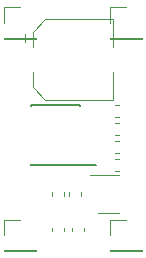
<source format=gto>
G04 #@! TF.GenerationSoftware,KiCad,Pcbnew,5.0.0-fee4fd1~66~ubuntu16.04.1*
G04 #@! TF.CreationDate,2018-09-22T16:18:32+02:00*
G04 #@! TF.ProjectId,mav_ovp,6D61765F6F76702E6B696361645F7063,rev?*
G04 #@! TF.SameCoordinates,Original*
G04 #@! TF.FileFunction,Legend,Top*
G04 #@! TF.FilePolarity,Positive*
%FSLAX46Y46*%
G04 Gerber Fmt 4.6, Leading zero omitted, Abs format (unit mm)*
G04 Created by KiCad (PCBNEW 5.0.0-fee4fd1~66~ubuntu16.04.1) date Sat Sep 22 16:18:32 2018*
%MOMM*%
%LPD*%
G01*
G04 APERTURE LIST*
%ADD10C,0.120000*%
%ADD11C,0.150000*%
%ADD12R,1.260000X0.600000*%
%ADD13R,3.700000X1.800000*%
%ADD14C,0.100000*%
%ADD15C,1.075000*%
%ADD16R,1.900000X1.900000*%
%ADD17R,1.750000X0.800000*%
G04 APERTURE END LIST*
D10*
G04 #@! TO.C,U1*
X102100000Y-105110000D02*
X103900000Y-105110000D01*
X103900000Y-101890000D02*
X101450000Y-101890000D01*
G04 #@! TO.C,C1*
X103410000Y-95510000D02*
X103410000Y-93160000D01*
X103410000Y-88690000D02*
X103410000Y-91040000D01*
X97654437Y-88690000D02*
X103410000Y-88690000D01*
X97654437Y-95510000D02*
X103410000Y-95510000D01*
X96590000Y-94445563D02*
X96590000Y-93160000D01*
X96590000Y-89754437D02*
X96590000Y-91040000D01*
X96590000Y-89754437D02*
X97654437Y-88690000D01*
X96590000Y-94445563D02*
X97654437Y-95510000D01*
X95562500Y-90252500D02*
X96350000Y-90252500D01*
X95956250Y-89858750D02*
X95956250Y-90646250D01*
G04 #@! TO.C,C2*
X103537221Y-100490000D02*
X103862779Y-100490000D01*
X103537221Y-101510000D02*
X103862779Y-101510000D01*
G04 #@! TO.C,J4*
X103170000Y-87670000D02*
X104500000Y-87670000D01*
X103170000Y-89000000D02*
X103170000Y-87670000D01*
X103170000Y-90270000D02*
X105830000Y-90270000D01*
X105830000Y-90270000D02*
X105830000Y-90330000D01*
X103170000Y-90270000D02*
X103170000Y-90330000D01*
X103170000Y-90330000D02*
X105830000Y-90330000D01*
G04 #@! TO.C,J3*
X103170000Y-108330000D02*
X105830000Y-108330000D01*
X103170000Y-108270000D02*
X103170000Y-108330000D01*
X105830000Y-108270000D02*
X105830000Y-108330000D01*
X103170000Y-108270000D02*
X105830000Y-108270000D01*
X103170000Y-107000000D02*
X103170000Y-105670000D01*
X103170000Y-105670000D02*
X104500000Y-105670000D01*
G04 #@! TO.C,J2*
X94170000Y-87670000D02*
X95500000Y-87670000D01*
X94170000Y-89000000D02*
X94170000Y-87670000D01*
X94170000Y-90270000D02*
X96830000Y-90270000D01*
X96830000Y-90270000D02*
X96830000Y-90330000D01*
X94170000Y-90270000D02*
X94170000Y-90330000D01*
X94170000Y-90330000D02*
X96830000Y-90330000D01*
G04 #@! TO.C,J1*
X94170000Y-105670000D02*
X95500000Y-105670000D01*
X94170000Y-107000000D02*
X94170000Y-105670000D01*
X94170000Y-108270000D02*
X96830000Y-108270000D01*
X96830000Y-108270000D02*
X96830000Y-108330000D01*
X94170000Y-108270000D02*
X94170000Y-108330000D01*
X94170000Y-108330000D02*
X96830000Y-108330000D01*
D11*
G04 #@! TO.C,Q1*
X100575000Y-101075000D02*
X100575000Y-101025000D01*
X96425000Y-101075000D02*
X96425000Y-100930000D01*
X96425000Y-95925000D02*
X96425000Y-96070000D01*
X100575000Y-95925000D02*
X100575000Y-96070000D01*
X100575000Y-101075000D02*
X96425000Y-101075000D01*
X100575000Y-95925000D02*
X96425000Y-95925000D01*
X100575000Y-101025000D02*
X101975000Y-101025000D01*
D10*
G04 #@! TO.C,R7*
X99690000Y-103337221D02*
X99690000Y-103662779D01*
X100710000Y-103337221D02*
X100710000Y-103662779D01*
G04 #@! TO.C,R6*
X98190000Y-103337221D02*
X98190000Y-103662779D01*
X99210000Y-103337221D02*
X99210000Y-103662779D01*
G04 #@! TO.C,R5*
X98190000Y-106662779D02*
X98190000Y-106337221D01*
X99210000Y-106662779D02*
X99210000Y-106337221D01*
G04 #@! TO.C,R4*
X99890000Y-106337221D02*
X99890000Y-106662779D01*
X100910000Y-106337221D02*
X100910000Y-106662779D01*
G04 #@! TO.C,R3*
X103862779Y-98510000D02*
X103537221Y-98510000D01*
X103862779Y-97490000D02*
X103537221Y-97490000D01*
G04 #@! TO.C,R2*
X103537221Y-97010000D02*
X103862779Y-97010000D01*
X103537221Y-95990000D02*
X103862779Y-95990000D01*
G04 #@! TO.C,R1*
X103537221Y-98990000D02*
X103862779Y-98990000D01*
X103537221Y-100010000D02*
X103862779Y-100010000D01*
G04 #@! TD*
%LPC*%
D12*
G04 #@! TO.C,U1*
X101900000Y-102520000D03*
X101900000Y-103170000D03*
X101900000Y-103830000D03*
X101900000Y-104480000D03*
X104100000Y-104480000D03*
X104100000Y-103830000D03*
X104100000Y-103170000D03*
X104100000Y-102520000D03*
G04 #@! TD*
D13*
G04 #@! TO.C,C1*
X97300000Y-92100000D03*
X102700000Y-92100000D03*
G04 #@! TD*
D14*
G04 #@! TO.C,C2*
G36*
X103207592Y-100426294D02*
X103233681Y-100430164D01*
X103259264Y-100436572D01*
X103284096Y-100445457D01*
X103307938Y-100456734D01*
X103330560Y-100470293D01*
X103351743Y-100486003D01*
X103371285Y-100503715D01*
X103388997Y-100523257D01*
X103404707Y-100544440D01*
X103418266Y-100567062D01*
X103429543Y-100590904D01*
X103438428Y-100615736D01*
X103444836Y-100641319D01*
X103448706Y-100667408D01*
X103450000Y-100693750D01*
X103450000Y-101306250D01*
X103448706Y-101332592D01*
X103444836Y-101358681D01*
X103438428Y-101384264D01*
X103429543Y-101409096D01*
X103418266Y-101432938D01*
X103404707Y-101455560D01*
X103388997Y-101476743D01*
X103371285Y-101496285D01*
X103351743Y-101513997D01*
X103330560Y-101529707D01*
X103307938Y-101543266D01*
X103284096Y-101554543D01*
X103259264Y-101563428D01*
X103233681Y-101569836D01*
X103207592Y-101573706D01*
X103181250Y-101575000D01*
X102643750Y-101575000D01*
X102617408Y-101573706D01*
X102591319Y-101569836D01*
X102565736Y-101563428D01*
X102540904Y-101554543D01*
X102517062Y-101543266D01*
X102494440Y-101529707D01*
X102473257Y-101513997D01*
X102453715Y-101496285D01*
X102436003Y-101476743D01*
X102420293Y-101455560D01*
X102406734Y-101432938D01*
X102395457Y-101409096D01*
X102386572Y-101384264D01*
X102380164Y-101358681D01*
X102376294Y-101332592D01*
X102375000Y-101306250D01*
X102375000Y-100693750D01*
X102376294Y-100667408D01*
X102380164Y-100641319D01*
X102386572Y-100615736D01*
X102395457Y-100590904D01*
X102406734Y-100567062D01*
X102420293Y-100544440D01*
X102436003Y-100523257D01*
X102453715Y-100503715D01*
X102473257Y-100486003D01*
X102494440Y-100470293D01*
X102517062Y-100456734D01*
X102540904Y-100445457D01*
X102565736Y-100436572D01*
X102591319Y-100430164D01*
X102617408Y-100426294D01*
X102643750Y-100425000D01*
X103181250Y-100425000D01*
X103207592Y-100426294D01*
X103207592Y-100426294D01*
G37*
D15*
X102912500Y-101000000D03*
D14*
G36*
X104782592Y-100426294D02*
X104808681Y-100430164D01*
X104834264Y-100436572D01*
X104859096Y-100445457D01*
X104882938Y-100456734D01*
X104905560Y-100470293D01*
X104926743Y-100486003D01*
X104946285Y-100503715D01*
X104963997Y-100523257D01*
X104979707Y-100544440D01*
X104993266Y-100567062D01*
X105004543Y-100590904D01*
X105013428Y-100615736D01*
X105019836Y-100641319D01*
X105023706Y-100667408D01*
X105025000Y-100693750D01*
X105025000Y-101306250D01*
X105023706Y-101332592D01*
X105019836Y-101358681D01*
X105013428Y-101384264D01*
X105004543Y-101409096D01*
X104993266Y-101432938D01*
X104979707Y-101455560D01*
X104963997Y-101476743D01*
X104946285Y-101496285D01*
X104926743Y-101513997D01*
X104905560Y-101529707D01*
X104882938Y-101543266D01*
X104859096Y-101554543D01*
X104834264Y-101563428D01*
X104808681Y-101569836D01*
X104782592Y-101573706D01*
X104756250Y-101575000D01*
X104218750Y-101575000D01*
X104192408Y-101573706D01*
X104166319Y-101569836D01*
X104140736Y-101563428D01*
X104115904Y-101554543D01*
X104092062Y-101543266D01*
X104069440Y-101529707D01*
X104048257Y-101513997D01*
X104028715Y-101496285D01*
X104011003Y-101476743D01*
X103995293Y-101455560D01*
X103981734Y-101432938D01*
X103970457Y-101409096D01*
X103961572Y-101384264D01*
X103955164Y-101358681D01*
X103951294Y-101332592D01*
X103950000Y-101306250D01*
X103950000Y-100693750D01*
X103951294Y-100667408D01*
X103955164Y-100641319D01*
X103961572Y-100615736D01*
X103970457Y-100590904D01*
X103981734Y-100567062D01*
X103995293Y-100544440D01*
X104011003Y-100523257D01*
X104028715Y-100503715D01*
X104048257Y-100486003D01*
X104069440Y-100470293D01*
X104092062Y-100456734D01*
X104115904Y-100445457D01*
X104140736Y-100436572D01*
X104166319Y-100430164D01*
X104192408Y-100426294D01*
X104218750Y-100425000D01*
X104756250Y-100425000D01*
X104782592Y-100426294D01*
X104782592Y-100426294D01*
G37*
D15*
X104487500Y-101000000D03*
G04 #@! TD*
D16*
G04 #@! TO.C,J4*
X104500000Y-89000000D03*
G04 #@! TD*
G04 #@! TO.C,J3*
X104500000Y-107000000D03*
G04 #@! TD*
G04 #@! TO.C,J2*
X95500000Y-89000000D03*
G04 #@! TD*
G04 #@! TO.C,J1*
X95500000Y-107000000D03*
G04 #@! TD*
D17*
G04 #@! TO.C,Q1*
X101200000Y-100405000D03*
X101200000Y-99135000D03*
X101200000Y-97865000D03*
X101200000Y-96595000D03*
X95800000Y-96595000D03*
X95800000Y-97865000D03*
X95800000Y-99135000D03*
X95800000Y-100405000D03*
G04 #@! TD*
D14*
G04 #@! TO.C,R7*
G36*
X100532592Y-103751294D02*
X100558681Y-103755164D01*
X100584264Y-103761572D01*
X100609096Y-103770457D01*
X100632938Y-103781734D01*
X100655560Y-103795293D01*
X100676743Y-103811003D01*
X100696285Y-103828715D01*
X100713997Y-103848257D01*
X100729707Y-103869440D01*
X100743266Y-103892062D01*
X100754543Y-103915904D01*
X100763428Y-103940736D01*
X100769836Y-103966319D01*
X100773706Y-103992408D01*
X100775000Y-104018750D01*
X100775000Y-104556250D01*
X100773706Y-104582592D01*
X100769836Y-104608681D01*
X100763428Y-104634264D01*
X100754543Y-104659096D01*
X100743266Y-104682938D01*
X100729707Y-104705560D01*
X100713997Y-104726743D01*
X100696285Y-104746285D01*
X100676743Y-104763997D01*
X100655560Y-104779707D01*
X100632938Y-104793266D01*
X100609096Y-104804543D01*
X100584264Y-104813428D01*
X100558681Y-104819836D01*
X100532592Y-104823706D01*
X100506250Y-104825000D01*
X99893750Y-104825000D01*
X99867408Y-104823706D01*
X99841319Y-104819836D01*
X99815736Y-104813428D01*
X99790904Y-104804543D01*
X99767062Y-104793266D01*
X99744440Y-104779707D01*
X99723257Y-104763997D01*
X99703715Y-104746285D01*
X99686003Y-104726743D01*
X99670293Y-104705560D01*
X99656734Y-104682938D01*
X99645457Y-104659096D01*
X99636572Y-104634264D01*
X99630164Y-104608681D01*
X99626294Y-104582592D01*
X99625000Y-104556250D01*
X99625000Y-104018750D01*
X99626294Y-103992408D01*
X99630164Y-103966319D01*
X99636572Y-103940736D01*
X99645457Y-103915904D01*
X99656734Y-103892062D01*
X99670293Y-103869440D01*
X99686003Y-103848257D01*
X99703715Y-103828715D01*
X99723257Y-103811003D01*
X99744440Y-103795293D01*
X99767062Y-103781734D01*
X99790904Y-103770457D01*
X99815736Y-103761572D01*
X99841319Y-103755164D01*
X99867408Y-103751294D01*
X99893750Y-103750000D01*
X100506250Y-103750000D01*
X100532592Y-103751294D01*
X100532592Y-103751294D01*
G37*
D15*
X100200000Y-104287500D03*
D14*
G36*
X100532592Y-102176294D02*
X100558681Y-102180164D01*
X100584264Y-102186572D01*
X100609096Y-102195457D01*
X100632938Y-102206734D01*
X100655560Y-102220293D01*
X100676743Y-102236003D01*
X100696285Y-102253715D01*
X100713997Y-102273257D01*
X100729707Y-102294440D01*
X100743266Y-102317062D01*
X100754543Y-102340904D01*
X100763428Y-102365736D01*
X100769836Y-102391319D01*
X100773706Y-102417408D01*
X100775000Y-102443750D01*
X100775000Y-102981250D01*
X100773706Y-103007592D01*
X100769836Y-103033681D01*
X100763428Y-103059264D01*
X100754543Y-103084096D01*
X100743266Y-103107938D01*
X100729707Y-103130560D01*
X100713997Y-103151743D01*
X100696285Y-103171285D01*
X100676743Y-103188997D01*
X100655560Y-103204707D01*
X100632938Y-103218266D01*
X100609096Y-103229543D01*
X100584264Y-103238428D01*
X100558681Y-103244836D01*
X100532592Y-103248706D01*
X100506250Y-103250000D01*
X99893750Y-103250000D01*
X99867408Y-103248706D01*
X99841319Y-103244836D01*
X99815736Y-103238428D01*
X99790904Y-103229543D01*
X99767062Y-103218266D01*
X99744440Y-103204707D01*
X99723257Y-103188997D01*
X99703715Y-103171285D01*
X99686003Y-103151743D01*
X99670293Y-103130560D01*
X99656734Y-103107938D01*
X99645457Y-103084096D01*
X99636572Y-103059264D01*
X99630164Y-103033681D01*
X99626294Y-103007592D01*
X99625000Y-102981250D01*
X99625000Y-102443750D01*
X99626294Y-102417408D01*
X99630164Y-102391319D01*
X99636572Y-102365736D01*
X99645457Y-102340904D01*
X99656734Y-102317062D01*
X99670293Y-102294440D01*
X99686003Y-102273257D01*
X99703715Y-102253715D01*
X99723257Y-102236003D01*
X99744440Y-102220293D01*
X99767062Y-102206734D01*
X99790904Y-102195457D01*
X99815736Y-102186572D01*
X99841319Y-102180164D01*
X99867408Y-102176294D01*
X99893750Y-102175000D01*
X100506250Y-102175000D01*
X100532592Y-102176294D01*
X100532592Y-102176294D01*
G37*
D15*
X100200000Y-102712500D03*
G04 #@! TD*
D14*
G04 #@! TO.C,R6*
G36*
X99032592Y-103751294D02*
X99058681Y-103755164D01*
X99084264Y-103761572D01*
X99109096Y-103770457D01*
X99132938Y-103781734D01*
X99155560Y-103795293D01*
X99176743Y-103811003D01*
X99196285Y-103828715D01*
X99213997Y-103848257D01*
X99229707Y-103869440D01*
X99243266Y-103892062D01*
X99254543Y-103915904D01*
X99263428Y-103940736D01*
X99269836Y-103966319D01*
X99273706Y-103992408D01*
X99275000Y-104018750D01*
X99275000Y-104556250D01*
X99273706Y-104582592D01*
X99269836Y-104608681D01*
X99263428Y-104634264D01*
X99254543Y-104659096D01*
X99243266Y-104682938D01*
X99229707Y-104705560D01*
X99213997Y-104726743D01*
X99196285Y-104746285D01*
X99176743Y-104763997D01*
X99155560Y-104779707D01*
X99132938Y-104793266D01*
X99109096Y-104804543D01*
X99084264Y-104813428D01*
X99058681Y-104819836D01*
X99032592Y-104823706D01*
X99006250Y-104825000D01*
X98393750Y-104825000D01*
X98367408Y-104823706D01*
X98341319Y-104819836D01*
X98315736Y-104813428D01*
X98290904Y-104804543D01*
X98267062Y-104793266D01*
X98244440Y-104779707D01*
X98223257Y-104763997D01*
X98203715Y-104746285D01*
X98186003Y-104726743D01*
X98170293Y-104705560D01*
X98156734Y-104682938D01*
X98145457Y-104659096D01*
X98136572Y-104634264D01*
X98130164Y-104608681D01*
X98126294Y-104582592D01*
X98125000Y-104556250D01*
X98125000Y-104018750D01*
X98126294Y-103992408D01*
X98130164Y-103966319D01*
X98136572Y-103940736D01*
X98145457Y-103915904D01*
X98156734Y-103892062D01*
X98170293Y-103869440D01*
X98186003Y-103848257D01*
X98203715Y-103828715D01*
X98223257Y-103811003D01*
X98244440Y-103795293D01*
X98267062Y-103781734D01*
X98290904Y-103770457D01*
X98315736Y-103761572D01*
X98341319Y-103755164D01*
X98367408Y-103751294D01*
X98393750Y-103750000D01*
X99006250Y-103750000D01*
X99032592Y-103751294D01*
X99032592Y-103751294D01*
G37*
D15*
X98700000Y-104287500D03*
D14*
G36*
X99032592Y-102176294D02*
X99058681Y-102180164D01*
X99084264Y-102186572D01*
X99109096Y-102195457D01*
X99132938Y-102206734D01*
X99155560Y-102220293D01*
X99176743Y-102236003D01*
X99196285Y-102253715D01*
X99213997Y-102273257D01*
X99229707Y-102294440D01*
X99243266Y-102317062D01*
X99254543Y-102340904D01*
X99263428Y-102365736D01*
X99269836Y-102391319D01*
X99273706Y-102417408D01*
X99275000Y-102443750D01*
X99275000Y-102981250D01*
X99273706Y-103007592D01*
X99269836Y-103033681D01*
X99263428Y-103059264D01*
X99254543Y-103084096D01*
X99243266Y-103107938D01*
X99229707Y-103130560D01*
X99213997Y-103151743D01*
X99196285Y-103171285D01*
X99176743Y-103188997D01*
X99155560Y-103204707D01*
X99132938Y-103218266D01*
X99109096Y-103229543D01*
X99084264Y-103238428D01*
X99058681Y-103244836D01*
X99032592Y-103248706D01*
X99006250Y-103250000D01*
X98393750Y-103250000D01*
X98367408Y-103248706D01*
X98341319Y-103244836D01*
X98315736Y-103238428D01*
X98290904Y-103229543D01*
X98267062Y-103218266D01*
X98244440Y-103204707D01*
X98223257Y-103188997D01*
X98203715Y-103171285D01*
X98186003Y-103151743D01*
X98170293Y-103130560D01*
X98156734Y-103107938D01*
X98145457Y-103084096D01*
X98136572Y-103059264D01*
X98130164Y-103033681D01*
X98126294Y-103007592D01*
X98125000Y-102981250D01*
X98125000Y-102443750D01*
X98126294Y-102417408D01*
X98130164Y-102391319D01*
X98136572Y-102365736D01*
X98145457Y-102340904D01*
X98156734Y-102317062D01*
X98170293Y-102294440D01*
X98186003Y-102273257D01*
X98203715Y-102253715D01*
X98223257Y-102236003D01*
X98244440Y-102220293D01*
X98267062Y-102206734D01*
X98290904Y-102195457D01*
X98315736Y-102186572D01*
X98341319Y-102180164D01*
X98367408Y-102176294D01*
X98393750Y-102175000D01*
X99006250Y-102175000D01*
X99032592Y-102176294D01*
X99032592Y-102176294D01*
G37*
D15*
X98700000Y-102712500D03*
G04 #@! TD*
D14*
G04 #@! TO.C,R5*
G36*
X99032592Y-106751294D02*
X99058681Y-106755164D01*
X99084264Y-106761572D01*
X99109096Y-106770457D01*
X99132938Y-106781734D01*
X99155560Y-106795293D01*
X99176743Y-106811003D01*
X99196285Y-106828715D01*
X99213997Y-106848257D01*
X99229707Y-106869440D01*
X99243266Y-106892062D01*
X99254543Y-106915904D01*
X99263428Y-106940736D01*
X99269836Y-106966319D01*
X99273706Y-106992408D01*
X99275000Y-107018750D01*
X99275000Y-107556250D01*
X99273706Y-107582592D01*
X99269836Y-107608681D01*
X99263428Y-107634264D01*
X99254543Y-107659096D01*
X99243266Y-107682938D01*
X99229707Y-107705560D01*
X99213997Y-107726743D01*
X99196285Y-107746285D01*
X99176743Y-107763997D01*
X99155560Y-107779707D01*
X99132938Y-107793266D01*
X99109096Y-107804543D01*
X99084264Y-107813428D01*
X99058681Y-107819836D01*
X99032592Y-107823706D01*
X99006250Y-107825000D01*
X98393750Y-107825000D01*
X98367408Y-107823706D01*
X98341319Y-107819836D01*
X98315736Y-107813428D01*
X98290904Y-107804543D01*
X98267062Y-107793266D01*
X98244440Y-107779707D01*
X98223257Y-107763997D01*
X98203715Y-107746285D01*
X98186003Y-107726743D01*
X98170293Y-107705560D01*
X98156734Y-107682938D01*
X98145457Y-107659096D01*
X98136572Y-107634264D01*
X98130164Y-107608681D01*
X98126294Y-107582592D01*
X98125000Y-107556250D01*
X98125000Y-107018750D01*
X98126294Y-106992408D01*
X98130164Y-106966319D01*
X98136572Y-106940736D01*
X98145457Y-106915904D01*
X98156734Y-106892062D01*
X98170293Y-106869440D01*
X98186003Y-106848257D01*
X98203715Y-106828715D01*
X98223257Y-106811003D01*
X98244440Y-106795293D01*
X98267062Y-106781734D01*
X98290904Y-106770457D01*
X98315736Y-106761572D01*
X98341319Y-106755164D01*
X98367408Y-106751294D01*
X98393750Y-106750000D01*
X99006250Y-106750000D01*
X99032592Y-106751294D01*
X99032592Y-106751294D01*
G37*
D15*
X98700000Y-107287500D03*
D14*
G36*
X99032592Y-105176294D02*
X99058681Y-105180164D01*
X99084264Y-105186572D01*
X99109096Y-105195457D01*
X99132938Y-105206734D01*
X99155560Y-105220293D01*
X99176743Y-105236003D01*
X99196285Y-105253715D01*
X99213997Y-105273257D01*
X99229707Y-105294440D01*
X99243266Y-105317062D01*
X99254543Y-105340904D01*
X99263428Y-105365736D01*
X99269836Y-105391319D01*
X99273706Y-105417408D01*
X99275000Y-105443750D01*
X99275000Y-105981250D01*
X99273706Y-106007592D01*
X99269836Y-106033681D01*
X99263428Y-106059264D01*
X99254543Y-106084096D01*
X99243266Y-106107938D01*
X99229707Y-106130560D01*
X99213997Y-106151743D01*
X99196285Y-106171285D01*
X99176743Y-106188997D01*
X99155560Y-106204707D01*
X99132938Y-106218266D01*
X99109096Y-106229543D01*
X99084264Y-106238428D01*
X99058681Y-106244836D01*
X99032592Y-106248706D01*
X99006250Y-106250000D01*
X98393750Y-106250000D01*
X98367408Y-106248706D01*
X98341319Y-106244836D01*
X98315736Y-106238428D01*
X98290904Y-106229543D01*
X98267062Y-106218266D01*
X98244440Y-106204707D01*
X98223257Y-106188997D01*
X98203715Y-106171285D01*
X98186003Y-106151743D01*
X98170293Y-106130560D01*
X98156734Y-106107938D01*
X98145457Y-106084096D01*
X98136572Y-106059264D01*
X98130164Y-106033681D01*
X98126294Y-106007592D01*
X98125000Y-105981250D01*
X98125000Y-105443750D01*
X98126294Y-105417408D01*
X98130164Y-105391319D01*
X98136572Y-105365736D01*
X98145457Y-105340904D01*
X98156734Y-105317062D01*
X98170293Y-105294440D01*
X98186003Y-105273257D01*
X98203715Y-105253715D01*
X98223257Y-105236003D01*
X98244440Y-105220293D01*
X98267062Y-105206734D01*
X98290904Y-105195457D01*
X98315736Y-105186572D01*
X98341319Y-105180164D01*
X98367408Y-105176294D01*
X98393750Y-105175000D01*
X99006250Y-105175000D01*
X99032592Y-105176294D01*
X99032592Y-105176294D01*
G37*
D15*
X98700000Y-105712500D03*
G04 #@! TD*
D14*
G04 #@! TO.C,R4*
G36*
X100732592Y-106751294D02*
X100758681Y-106755164D01*
X100784264Y-106761572D01*
X100809096Y-106770457D01*
X100832938Y-106781734D01*
X100855560Y-106795293D01*
X100876743Y-106811003D01*
X100896285Y-106828715D01*
X100913997Y-106848257D01*
X100929707Y-106869440D01*
X100943266Y-106892062D01*
X100954543Y-106915904D01*
X100963428Y-106940736D01*
X100969836Y-106966319D01*
X100973706Y-106992408D01*
X100975000Y-107018750D01*
X100975000Y-107556250D01*
X100973706Y-107582592D01*
X100969836Y-107608681D01*
X100963428Y-107634264D01*
X100954543Y-107659096D01*
X100943266Y-107682938D01*
X100929707Y-107705560D01*
X100913997Y-107726743D01*
X100896285Y-107746285D01*
X100876743Y-107763997D01*
X100855560Y-107779707D01*
X100832938Y-107793266D01*
X100809096Y-107804543D01*
X100784264Y-107813428D01*
X100758681Y-107819836D01*
X100732592Y-107823706D01*
X100706250Y-107825000D01*
X100093750Y-107825000D01*
X100067408Y-107823706D01*
X100041319Y-107819836D01*
X100015736Y-107813428D01*
X99990904Y-107804543D01*
X99967062Y-107793266D01*
X99944440Y-107779707D01*
X99923257Y-107763997D01*
X99903715Y-107746285D01*
X99886003Y-107726743D01*
X99870293Y-107705560D01*
X99856734Y-107682938D01*
X99845457Y-107659096D01*
X99836572Y-107634264D01*
X99830164Y-107608681D01*
X99826294Y-107582592D01*
X99825000Y-107556250D01*
X99825000Y-107018750D01*
X99826294Y-106992408D01*
X99830164Y-106966319D01*
X99836572Y-106940736D01*
X99845457Y-106915904D01*
X99856734Y-106892062D01*
X99870293Y-106869440D01*
X99886003Y-106848257D01*
X99903715Y-106828715D01*
X99923257Y-106811003D01*
X99944440Y-106795293D01*
X99967062Y-106781734D01*
X99990904Y-106770457D01*
X100015736Y-106761572D01*
X100041319Y-106755164D01*
X100067408Y-106751294D01*
X100093750Y-106750000D01*
X100706250Y-106750000D01*
X100732592Y-106751294D01*
X100732592Y-106751294D01*
G37*
D15*
X100400000Y-107287500D03*
D14*
G36*
X100732592Y-105176294D02*
X100758681Y-105180164D01*
X100784264Y-105186572D01*
X100809096Y-105195457D01*
X100832938Y-105206734D01*
X100855560Y-105220293D01*
X100876743Y-105236003D01*
X100896285Y-105253715D01*
X100913997Y-105273257D01*
X100929707Y-105294440D01*
X100943266Y-105317062D01*
X100954543Y-105340904D01*
X100963428Y-105365736D01*
X100969836Y-105391319D01*
X100973706Y-105417408D01*
X100975000Y-105443750D01*
X100975000Y-105981250D01*
X100973706Y-106007592D01*
X100969836Y-106033681D01*
X100963428Y-106059264D01*
X100954543Y-106084096D01*
X100943266Y-106107938D01*
X100929707Y-106130560D01*
X100913997Y-106151743D01*
X100896285Y-106171285D01*
X100876743Y-106188997D01*
X100855560Y-106204707D01*
X100832938Y-106218266D01*
X100809096Y-106229543D01*
X100784264Y-106238428D01*
X100758681Y-106244836D01*
X100732592Y-106248706D01*
X100706250Y-106250000D01*
X100093750Y-106250000D01*
X100067408Y-106248706D01*
X100041319Y-106244836D01*
X100015736Y-106238428D01*
X99990904Y-106229543D01*
X99967062Y-106218266D01*
X99944440Y-106204707D01*
X99923257Y-106188997D01*
X99903715Y-106171285D01*
X99886003Y-106151743D01*
X99870293Y-106130560D01*
X99856734Y-106107938D01*
X99845457Y-106084096D01*
X99836572Y-106059264D01*
X99830164Y-106033681D01*
X99826294Y-106007592D01*
X99825000Y-105981250D01*
X99825000Y-105443750D01*
X99826294Y-105417408D01*
X99830164Y-105391319D01*
X99836572Y-105365736D01*
X99845457Y-105340904D01*
X99856734Y-105317062D01*
X99870293Y-105294440D01*
X99886003Y-105273257D01*
X99903715Y-105253715D01*
X99923257Y-105236003D01*
X99944440Y-105220293D01*
X99967062Y-105206734D01*
X99990904Y-105195457D01*
X100015736Y-105186572D01*
X100041319Y-105180164D01*
X100067408Y-105176294D01*
X100093750Y-105175000D01*
X100706250Y-105175000D01*
X100732592Y-105176294D01*
X100732592Y-105176294D01*
G37*
D15*
X100400000Y-105712500D03*
G04 #@! TD*
D14*
G04 #@! TO.C,R3*
G36*
X104782592Y-97426294D02*
X104808681Y-97430164D01*
X104834264Y-97436572D01*
X104859096Y-97445457D01*
X104882938Y-97456734D01*
X104905560Y-97470293D01*
X104926743Y-97486003D01*
X104946285Y-97503715D01*
X104963997Y-97523257D01*
X104979707Y-97544440D01*
X104993266Y-97567062D01*
X105004543Y-97590904D01*
X105013428Y-97615736D01*
X105019836Y-97641319D01*
X105023706Y-97667408D01*
X105025000Y-97693750D01*
X105025000Y-98306250D01*
X105023706Y-98332592D01*
X105019836Y-98358681D01*
X105013428Y-98384264D01*
X105004543Y-98409096D01*
X104993266Y-98432938D01*
X104979707Y-98455560D01*
X104963997Y-98476743D01*
X104946285Y-98496285D01*
X104926743Y-98513997D01*
X104905560Y-98529707D01*
X104882938Y-98543266D01*
X104859096Y-98554543D01*
X104834264Y-98563428D01*
X104808681Y-98569836D01*
X104782592Y-98573706D01*
X104756250Y-98575000D01*
X104218750Y-98575000D01*
X104192408Y-98573706D01*
X104166319Y-98569836D01*
X104140736Y-98563428D01*
X104115904Y-98554543D01*
X104092062Y-98543266D01*
X104069440Y-98529707D01*
X104048257Y-98513997D01*
X104028715Y-98496285D01*
X104011003Y-98476743D01*
X103995293Y-98455560D01*
X103981734Y-98432938D01*
X103970457Y-98409096D01*
X103961572Y-98384264D01*
X103955164Y-98358681D01*
X103951294Y-98332592D01*
X103950000Y-98306250D01*
X103950000Y-97693750D01*
X103951294Y-97667408D01*
X103955164Y-97641319D01*
X103961572Y-97615736D01*
X103970457Y-97590904D01*
X103981734Y-97567062D01*
X103995293Y-97544440D01*
X104011003Y-97523257D01*
X104028715Y-97503715D01*
X104048257Y-97486003D01*
X104069440Y-97470293D01*
X104092062Y-97456734D01*
X104115904Y-97445457D01*
X104140736Y-97436572D01*
X104166319Y-97430164D01*
X104192408Y-97426294D01*
X104218750Y-97425000D01*
X104756250Y-97425000D01*
X104782592Y-97426294D01*
X104782592Y-97426294D01*
G37*
D15*
X104487500Y-98000000D03*
D14*
G36*
X103207592Y-97426294D02*
X103233681Y-97430164D01*
X103259264Y-97436572D01*
X103284096Y-97445457D01*
X103307938Y-97456734D01*
X103330560Y-97470293D01*
X103351743Y-97486003D01*
X103371285Y-97503715D01*
X103388997Y-97523257D01*
X103404707Y-97544440D01*
X103418266Y-97567062D01*
X103429543Y-97590904D01*
X103438428Y-97615736D01*
X103444836Y-97641319D01*
X103448706Y-97667408D01*
X103450000Y-97693750D01*
X103450000Y-98306250D01*
X103448706Y-98332592D01*
X103444836Y-98358681D01*
X103438428Y-98384264D01*
X103429543Y-98409096D01*
X103418266Y-98432938D01*
X103404707Y-98455560D01*
X103388997Y-98476743D01*
X103371285Y-98496285D01*
X103351743Y-98513997D01*
X103330560Y-98529707D01*
X103307938Y-98543266D01*
X103284096Y-98554543D01*
X103259264Y-98563428D01*
X103233681Y-98569836D01*
X103207592Y-98573706D01*
X103181250Y-98575000D01*
X102643750Y-98575000D01*
X102617408Y-98573706D01*
X102591319Y-98569836D01*
X102565736Y-98563428D01*
X102540904Y-98554543D01*
X102517062Y-98543266D01*
X102494440Y-98529707D01*
X102473257Y-98513997D01*
X102453715Y-98496285D01*
X102436003Y-98476743D01*
X102420293Y-98455560D01*
X102406734Y-98432938D01*
X102395457Y-98409096D01*
X102386572Y-98384264D01*
X102380164Y-98358681D01*
X102376294Y-98332592D01*
X102375000Y-98306250D01*
X102375000Y-97693750D01*
X102376294Y-97667408D01*
X102380164Y-97641319D01*
X102386572Y-97615736D01*
X102395457Y-97590904D01*
X102406734Y-97567062D01*
X102420293Y-97544440D01*
X102436003Y-97523257D01*
X102453715Y-97503715D01*
X102473257Y-97486003D01*
X102494440Y-97470293D01*
X102517062Y-97456734D01*
X102540904Y-97445457D01*
X102565736Y-97436572D01*
X102591319Y-97430164D01*
X102617408Y-97426294D01*
X102643750Y-97425000D01*
X103181250Y-97425000D01*
X103207592Y-97426294D01*
X103207592Y-97426294D01*
G37*
D15*
X102912500Y-98000000D03*
G04 #@! TD*
D14*
G04 #@! TO.C,R2*
G36*
X104782592Y-95926294D02*
X104808681Y-95930164D01*
X104834264Y-95936572D01*
X104859096Y-95945457D01*
X104882938Y-95956734D01*
X104905560Y-95970293D01*
X104926743Y-95986003D01*
X104946285Y-96003715D01*
X104963997Y-96023257D01*
X104979707Y-96044440D01*
X104993266Y-96067062D01*
X105004543Y-96090904D01*
X105013428Y-96115736D01*
X105019836Y-96141319D01*
X105023706Y-96167408D01*
X105025000Y-96193750D01*
X105025000Y-96806250D01*
X105023706Y-96832592D01*
X105019836Y-96858681D01*
X105013428Y-96884264D01*
X105004543Y-96909096D01*
X104993266Y-96932938D01*
X104979707Y-96955560D01*
X104963997Y-96976743D01*
X104946285Y-96996285D01*
X104926743Y-97013997D01*
X104905560Y-97029707D01*
X104882938Y-97043266D01*
X104859096Y-97054543D01*
X104834264Y-97063428D01*
X104808681Y-97069836D01*
X104782592Y-97073706D01*
X104756250Y-97075000D01*
X104218750Y-97075000D01*
X104192408Y-97073706D01*
X104166319Y-97069836D01*
X104140736Y-97063428D01*
X104115904Y-97054543D01*
X104092062Y-97043266D01*
X104069440Y-97029707D01*
X104048257Y-97013997D01*
X104028715Y-96996285D01*
X104011003Y-96976743D01*
X103995293Y-96955560D01*
X103981734Y-96932938D01*
X103970457Y-96909096D01*
X103961572Y-96884264D01*
X103955164Y-96858681D01*
X103951294Y-96832592D01*
X103950000Y-96806250D01*
X103950000Y-96193750D01*
X103951294Y-96167408D01*
X103955164Y-96141319D01*
X103961572Y-96115736D01*
X103970457Y-96090904D01*
X103981734Y-96067062D01*
X103995293Y-96044440D01*
X104011003Y-96023257D01*
X104028715Y-96003715D01*
X104048257Y-95986003D01*
X104069440Y-95970293D01*
X104092062Y-95956734D01*
X104115904Y-95945457D01*
X104140736Y-95936572D01*
X104166319Y-95930164D01*
X104192408Y-95926294D01*
X104218750Y-95925000D01*
X104756250Y-95925000D01*
X104782592Y-95926294D01*
X104782592Y-95926294D01*
G37*
D15*
X104487500Y-96500000D03*
D14*
G36*
X103207592Y-95926294D02*
X103233681Y-95930164D01*
X103259264Y-95936572D01*
X103284096Y-95945457D01*
X103307938Y-95956734D01*
X103330560Y-95970293D01*
X103351743Y-95986003D01*
X103371285Y-96003715D01*
X103388997Y-96023257D01*
X103404707Y-96044440D01*
X103418266Y-96067062D01*
X103429543Y-96090904D01*
X103438428Y-96115736D01*
X103444836Y-96141319D01*
X103448706Y-96167408D01*
X103450000Y-96193750D01*
X103450000Y-96806250D01*
X103448706Y-96832592D01*
X103444836Y-96858681D01*
X103438428Y-96884264D01*
X103429543Y-96909096D01*
X103418266Y-96932938D01*
X103404707Y-96955560D01*
X103388997Y-96976743D01*
X103371285Y-96996285D01*
X103351743Y-97013997D01*
X103330560Y-97029707D01*
X103307938Y-97043266D01*
X103284096Y-97054543D01*
X103259264Y-97063428D01*
X103233681Y-97069836D01*
X103207592Y-97073706D01*
X103181250Y-97075000D01*
X102643750Y-97075000D01*
X102617408Y-97073706D01*
X102591319Y-97069836D01*
X102565736Y-97063428D01*
X102540904Y-97054543D01*
X102517062Y-97043266D01*
X102494440Y-97029707D01*
X102473257Y-97013997D01*
X102453715Y-96996285D01*
X102436003Y-96976743D01*
X102420293Y-96955560D01*
X102406734Y-96932938D01*
X102395457Y-96909096D01*
X102386572Y-96884264D01*
X102380164Y-96858681D01*
X102376294Y-96832592D01*
X102375000Y-96806250D01*
X102375000Y-96193750D01*
X102376294Y-96167408D01*
X102380164Y-96141319D01*
X102386572Y-96115736D01*
X102395457Y-96090904D01*
X102406734Y-96067062D01*
X102420293Y-96044440D01*
X102436003Y-96023257D01*
X102453715Y-96003715D01*
X102473257Y-95986003D01*
X102494440Y-95970293D01*
X102517062Y-95956734D01*
X102540904Y-95945457D01*
X102565736Y-95936572D01*
X102591319Y-95930164D01*
X102617408Y-95926294D01*
X102643750Y-95925000D01*
X103181250Y-95925000D01*
X103207592Y-95926294D01*
X103207592Y-95926294D01*
G37*
D15*
X102912500Y-96500000D03*
G04 #@! TD*
D14*
G04 #@! TO.C,R1*
G36*
X103207592Y-98926294D02*
X103233681Y-98930164D01*
X103259264Y-98936572D01*
X103284096Y-98945457D01*
X103307938Y-98956734D01*
X103330560Y-98970293D01*
X103351743Y-98986003D01*
X103371285Y-99003715D01*
X103388997Y-99023257D01*
X103404707Y-99044440D01*
X103418266Y-99067062D01*
X103429543Y-99090904D01*
X103438428Y-99115736D01*
X103444836Y-99141319D01*
X103448706Y-99167408D01*
X103450000Y-99193750D01*
X103450000Y-99806250D01*
X103448706Y-99832592D01*
X103444836Y-99858681D01*
X103438428Y-99884264D01*
X103429543Y-99909096D01*
X103418266Y-99932938D01*
X103404707Y-99955560D01*
X103388997Y-99976743D01*
X103371285Y-99996285D01*
X103351743Y-100013997D01*
X103330560Y-100029707D01*
X103307938Y-100043266D01*
X103284096Y-100054543D01*
X103259264Y-100063428D01*
X103233681Y-100069836D01*
X103207592Y-100073706D01*
X103181250Y-100075000D01*
X102643750Y-100075000D01*
X102617408Y-100073706D01*
X102591319Y-100069836D01*
X102565736Y-100063428D01*
X102540904Y-100054543D01*
X102517062Y-100043266D01*
X102494440Y-100029707D01*
X102473257Y-100013997D01*
X102453715Y-99996285D01*
X102436003Y-99976743D01*
X102420293Y-99955560D01*
X102406734Y-99932938D01*
X102395457Y-99909096D01*
X102386572Y-99884264D01*
X102380164Y-99858681D01*
X102376294Y-99832592D01*
X102375000Y-99806250D01*
X102375000Y-99193750D01*
X102376294Y-99167408D01*
X102380164Y-99141319D01*
X102386572Y-99115736D01*
X102395457Y-99090904D01*
X102406734Y-99067062D01*
X102420293Y-99044440D01*
X102436003Y-99023257D01*
X102453715Y-99003715D01*
X102473257Y-98986003D01*
X102494440Y-98970293D01*
X102517062Y-98956734D01*
X102540904Y-98945457D01*
X102565736Y-98936572D01*
X102591319Y-98930164D01*
X102617408Y-98926294D01*
X102643750Y-98925000D01*
X103181250Y-98925000D01*
X103207592Y-98926294D01*
X103207592Y-98926294D01*
G37*
D15*
X102912500Y-99500000D03*
D14*
G36*
X104782592Y-98926294D02*
X104808681Y-98930164D01*
X104834264Y-98936572D01*
X104859096Y-98945457D01*
X104882938Y-98956734D01*
X104905560Y-98970293D01*
X104926743Y-98986003D01*
X104946285Y-99003715D01*
X104963997Y-99023257D01*
X104979707Y-99044440D01*
X104993266Y-99067062D01*
X105004543Y-99090904D01*
X105013428Y-99115736D01*
X105019836Y-99141319D01*
X105023706Y-99167408D01*
X105025000Y-99193750D01*
X105025000Y-99806250D01*
X105023706Y-99832592D01*
X105019836Y-99858681D01*
X105013428Y-99884264D01*
X105004543Y-99909096D01*
X104993266Y-99932938D01*
X104979707Y-99955560D01*
X104963997Y-99976743D01*
X104946285Y-99996285D01*
X104926743Y-100013997D01*
X104905560Y-100029707D01*
X104882938Y-100043266D01*
X104859096Y-100054543D01*
X104834264Y-100063428D01*
X104808681Y-100069836D01*
X104782592Y-100073706D01*
X104756250Y-100075000D01*
X104218750Y-100075000D01*
X104192408Y-100073706D01*
X104166319Y-100069836D01*
X104140736Y-100063428D01*
X104115904Y-100054543D01*
X104092062Y-100043266D01*
X104069440Y-100029707D01*
X104048257Y-100013997D01*
X104028715Y-99996285D01*
X104011003Y-99976743D01*
X103995293Y-99955560D01*
X103981734Y-99932938D01*
X103970457Y-99909096D01*
X103961572Y-99884264D01*
X103955164Y-99858681D01*
X103951294Y-99832592D01*
X103950000Y-99806250D01*
X103950000Y-99193750D01*
X103951294Y-99167408D01*
X103955164Y-99141319D01*
X103961572Y-99115736D01*
X103970457Y-99090904D01*
X103981734Y-99067062D01*
X103995293Y-99044440D01*
X104011003Y-99023257D01*
X104028715Y-99003715D01*
X104048257Y-98986003D01*
X104069440Y-98970293D01*
X104092062Y-98956734D01*
X104115904Y-98945457D01*
X104140736Y-98936572D01*
X104166319Y-98930164D01*
X104192408Y-98926294D01*
X104218750Y-98925000D01*
X104756250Y-98925000D01*
X104782592Y-98926294D01*
X104782592Y-98926294D01*
G37*
D15*
X104487500Y-99500000D03*
G04 #@! TD*
M02*

</source>
